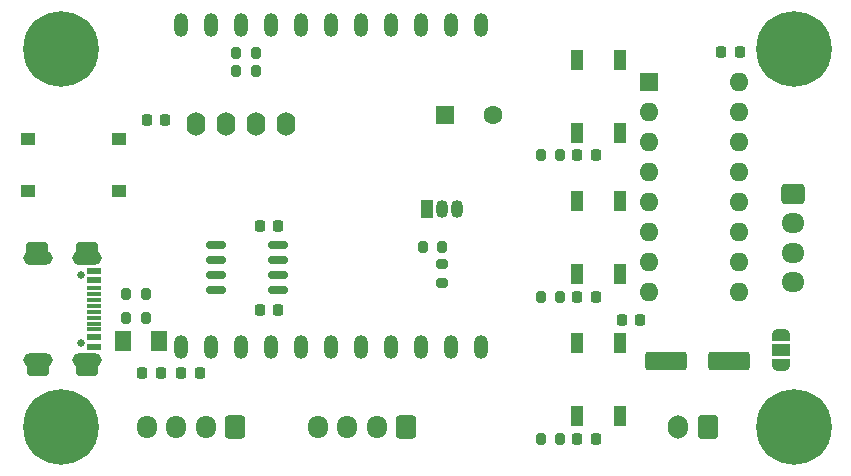
<source format=gbr>
%TF.GenerationSoftware,KiCad,Pcbnew,7.0.7*%
%TF.CreationDate,2024-01-02T18:34:25+01:00*%
%TF.ProjectId,maui feeder circuit,6d617569-2066-4656-9564-657220636972,1.0*%
%TF.SameCoordinates,Original*%
%TF.FileFunction,Soldermask,Top*%
%TF.FilePolarity,Negative*%
%FSLAX46Y46*%
G04 Gerber Fmt 4.6, Leading zero omitted, Abs format (unit mm)*
G04 Created by KiCad (PCBNEW 7.0.7) date 2024-01-02 18:34:25*
%MOMM*%
%LPD*%
G01*
G04 APERTURE LIST*
G04 Aperture macros list*
%AMRoundRect*
0 Rectangle with rounded corners*
0 $1 Rounding radius*
0 $2 $3 $4 $5 $6 $7 $8 $9 X,Y pos of 4 corners*
0 Add a 4 corners polygon primitive as box body*
4,1,4,$2,$3,$4,$5,$6,$7,$8,$9,$2,$3,0*
0 Add four circle primitives for the rounded corners*
1,1,$1+$1,$2,$3*
1,1,$1+$1,$4,$5*
1,1,$1+$1,$6,$7*
1,1,$1+$1,$8,$9*
0 Add four rect primitives between the rounded corners*
20,1,$1+$1,$2,$3,$4,$5,0*
20,1,$1+$1,$4,$5,$6,$7,0*
20,1,$1+$1,$6,$7,$8,$9,0*
20,1,$1+$1,$8,$9,$2,$3,0*%
%AMFreePoly0*
4,1,19,0.550000,-0.750000,0.000000,-0.750000,0.000000,-0.744911,-0.071157,-0.744911,-0.207708,-0.704816,-0.327430,-0.627875,-0.420627,-0.520320,-0.479746,-0.390866,-0.500000,-0.250000,-0.500000,0.250000,-0.479746,0.390866,-0.420627,0.520320,-0.327430,0.627875,-0.207708,0.704816,-0.071157,0.744911,0.000000,0.744911,0.000000,0.750000,0.550000,0.750000,0.550000,-0.750000,0.550000,-0.750000,
$1*%
%AMFreePoly1*
4,1,19,0.000000,0.744911,0.071157,0.744911,0.207708,0.704816,0.327430,0.627875,0.420627,0.520320,0.479746,0.390866,0.500000,0.250000,0.500000,-0.250000,0.479746,-0.390866,0.420627,-0.520320,0.327430,-0.627875,0.207708,-0.704816,0.071157,-0.744911,0.000000,-0.744911,0.000000,-0.750000,-0.550000,-0.750000,-0.550000,0.750000,0.000000,0.750000,0.000000,0.744911,0.000000,0.744911,
$1*%
G04 Aperture macros list end*
%ADD10RoundRect,0.200000X0.200000X0.275000X-0.200000X0.275000X-0.200000X-0.275000X0.200000X-0.275000X0*%
%ADD11C,6.400000*%
%ADD12RoundRect,0.200000X-0.200000X-0.275000X0.200000X-0.275000X0.200000X0.275000X-0.200000X0.275000X0*%
%ADD13RoundRect,0.150000X-0.675000X-0.150000X0.675000X-0.150000X0.675000X0.150000X-0.675000X0.150000X0*%
%ADD14FreePoly0,90.000000*%
%ADD15R,1.500000X1.000000*%
%ADD16FreePoly1,90.000000*%
%ADD17R,1.600000X1.600000*%
%ADD18O,1.600000X1.600000*%
%ADD19C,0.650000*%
%ADD20R,1.150000X0.600000*%
%ADD21R,1.150000X0.300000*%
%ADD22RoundRect,0.250000X-0.687500X-0.250000X0.687500X-0.250000X0.687500X0.250000X-0.687500X0.250000X0*%
%ADD23O,2.500000X1.250000*%
%ADD24RoundRect,0.225000X0.225000X0.250000X-0.225000X0.250000X-0.225000X-0.250000X0.225000X-0.250000X0*%
%ADD25C,1.600000*%
%ADD26R,1.100000X1.800000*%
%ADD27RoundRect,0.225000X-0.225000X-0.250000X0.225000X-0.250000X0.225000X0.250000X-0.225000X0.250000X0*%
%ADD28R,1.250000X1.000000*%
%ADD29O,1.600000X2.000000*%
%ADD30R,1.050000X1.500000*%
%ADD31O,1.050000X1.500000*%
%ADD32RoundRect,0.200000X0.275000X-0.200000X0.275000X0.200000X-0.275000X0.200000X-0.275000X-0.200000X0*%
%ADD33RoundRect,0.250001X-0.462499X-0.624999X0.462499X-0.624999X0.462499X0.624999X-0.462499X0.624999X0*%
%ADD34RoundRect,0.250000X-1.500000X-0.550000X1.500000X-0.550000X1.500000X0.550000X-1.500000X0.550000X0*%
%ADD35RoundRect,0.250000X0.600000X0.725000X-0.600000X0.725000X-0.600000X-0.725000X0.600000X-0.725000X0*%
%ADD36O,1.700000X1.950000*%
%ADD37RoundRect,0.250000X-0.725000X0.600000X-0.725000X-0.600000X0.725000X-0.600000X0.725000X0.600000X0*%
%ADD38O,1.950000X1.700000*%
%ADD39RoundRect,0.250000X0.600000X0.750000X-0.600000X0.750000X-0.600000X-0.750000X0.600000X-0.750000X0*%
%ADD40O,1.700000X2.000000*%
%ADD41O,1.200000X2.000000*%
G04 APERTURE END LIST*
D10*
%TO.C,R8*%
X135142200Y-86780200D03*
X133492200Y-86780200D03*
%TD*%
D11*
%TO.C,H3*%
X128000000Y-64000000D03*
%TD*%
D12*
%TO.C,R1*%
X168595000Y-73000000D03*
X170245000Y-73000000D03*
%TD*%
D13*
%TO.C,U5*%
X141141000Y-80608000D03*
X141141000Y-81878000D03*
X141141000Y-83148000D03*
X141141000Y-84418000D03*
X146391000Y-84418000D03*
X146391000Y-83148000D03*
X146391000Y-81878000D03*
X146391000Y-80608000D03*
%TD*%
D14*
%TO.C,JP1*%
X188978000Y-90800000D03*
D15*
X188978000Y-89500000D03*
D16*
X188978000Y-88200000D03*
%TD*%
D12*
%TO.C,R9*%
X133492200Y-84748200D03*
X135142200Y-84748200D03*
%TD*%
D17*
%TO.C,U2*%
X177802000Y-66765000D03*
D18*
X177802000Y-69305000D03*
X177802000Y-71845000D03*
X177802000Y-74385000D03*
X177802000Y-76925000D03*
X177802000Y-79465000D03*
X177802000Y-82005000D03*
X177802000Y-84545000D03*
X185422000Y-84545000D03*
X185422000Y-82005000D03*
X185422000Y-79465000D03*
X185422000Y-76925000D03*
X185422000Y-74385000D03*
X185422000Y-71845000D03*
X185422000Y-69305000D03*
X185422000Y-66765000D03*
%TD*%
D19*
%TO.C,J3*%
X129680000Y-83110000D03*
X129680000Y-88890000D03*
D20*
X130755000Y-82800000D03*
X130755000Y-83600000D03*
D21*
X130755000Y-84250000D03*
X130755000Y-84750000D03*
X130755000Y-85250000D03*
X130755000Y-85750000D03*
X130755000Y-86250000D03*
X130755000Y-86750000D03*
X130755000Y-87250000D03*
X130755000Y-87750000D03*
D20*
X130755000Y-88400000D03*
X130755000Y-89200000D03*
D22*
X130200000Y-80850000D03*
X125950000Y-80850000D03*
D23*
X130180000Y-81680000D03*
X126000000Y-81680000D03*
X130180000Y-90320000D03*
X126000000Y-90320000D03*
D22*
X130150000Y-91150000D03*
X126000000Y-91150000D03*
%TD*%
D24*
%TO.C,C5*%
X177022695Y-86912742D03*
X175472695Y-86912742D03*
%TD*%
D12*
%TO.C,R3*%
X168595000Y-85000000D03*
X170245000Y-85000000D03*
%TD*%
%TO.C,R5*%
X142814000Y-65876000D03*
X144464000Y-65876000D03*
%TD*%
D17*
%TO.C,BZ1*%
X160530000Y-69559000D03*
D25*
X164530000Y-69559000D03*
%TD*%
D24*
%TO.C,C9*%
X146369800Y-78957000D03*
X144819800Y-78957000D03*
%TD*%
D12*
%TO.C,R2*%
X168595000Y-97000000D03*
X170245000Y-97000000D03*
%TD*%
%TO.C,R4*%
X142814000Y-64352000D03*
X144464000Y-64352000D03*
%TD*%
D26*
%TO.C,SW2*%
X171650000Y-95100000D03*
X171650000Y-88900000D03*
X175350000Y-95100000D03*
X175350000Y-88900000D03*
%TD*%
D27*
%TO.C,C1*%
X171709000Y-73000000D03*
X173259000Y-73000000D03*
%TD*%
D24*
%TO.C,C8*%
X136413000Y-91403000D03*
X134863000Y-91403000D03*
%TD*%
D28*
%TO.C,SW5*%
X125159000Y-76036000D03*
X132909000Y-76036000D03*
%TD*%
D11*
%TO.C,H4*%
X190000000Y-64000000D03*
%TD*%
D27*
%TO.C,C2*%
X171693000Y-97000000D03*
X173243000Y-97000000D03*
%TD*%
D29*
%TO.C,U4*%
X139380000Y-70400000D03*
X141920000Y-70400000D03*
X144460000Y-70400000D03*
X147000000Y-70400000D03*
%TD*%
D10*
%TO.C,R7*%
X160272808Y-80735531D03*
X158622808Y-80735531D03*
%TD*%
D26*
%TO.C,SW1*%
X171650000Y-71100000D03*
X171650000Y-64900000D03*
X175350000Y-71100000D03*
X175350000Y-64900000D03*
%TD*%
D30*
%TO.C,Q1*%
X159006000Y-77539000D03*
D31*
X160276000Y-77539000D03*
X161546000Y-77539000D03*
%TD*%
D28*
%TO.C,SW4*%
X132909000Y-71591000D03*
X125159000Y-71591000D03*
%TD*%
D24*
%TO.C,C4*%
X185435000Y-64225000D03*
X183885000Y-64225000D03*
%TD*%
D32*
%TO.C,R6*%
X160276000Y-83846000D03*
X160276000Y-82196000D03*
%TD*%
D27*
%TO.C,C3*%
X171709000Y-85000000D03*
X173259000Y-85000000D03*
%TD*%
D33*
%TO.C,F1*%
X133262500Y-88750000D03*
X136237500Y-88750000D03*
%TD*%
D27*
%TO.C,C7*%
X138165000Y-91403000D03*
X139715000Y-91403000D03*
%TD*%
D34*
%TO.C,C10*%
X179166000Y-90387000D03*
X184566000Y-90387000D03*
%TD*%
D11*
%TO.C,H1*%
X128000000Y-96000000D03*
%TD*%
%TO.C,H2*%
X190000000Y-96000000D03*
%TD*%
D26*
%TO.C,SW3*%
X171650000Y-83100000D03*
X171650000Y-76900000D03*
X175350000Y-83100000D03*
X175350000Y-76900000D03*
%TD*%
D27*
%TO.C,C6*%
X135225000Y-70000000D03*
X136775000Y-70000000D03*
%TD*%
D24*
%TO.C,C11*%
X146369800Y-86069000D03*
X144819800Y-86069000D03*
%TD*%
D35*
%TO.C,U3*%
X157228000Y-96000000D03*
D36*
X154728000Y-96000000D03*
X152228000Y-96000000D03*
X149728000Y-96000000D03*
%TD*%
D35*
%TO.C,J2*%
X142750000Y-95975000D03*
D36*
X140250000Y-95975000D03*
X137750000Y-95975000D03*
X135250000Y-95975000D03*
%TD*%
D37*
%TO.C,J1*%
X189975000Y-76250000D03*
D38*
X189975000Y-78750000D03*
X189975000Y-81250000D03*
X189975000Y-83750000D03*
%TD*%
D39*
%TO.C,J4*%
X182750000Y-96000000D03*
D40*
X180250000Y-96000000D03*
%TD*%
D41*
%TO.C,U1*%
X138178000Y-61939000D03*
X140718000Y-61939000D03*
X143258000Y-61939000D03*
X145798000Y-61939000D03*
X148338000Y-61939000D03*
X150878000Y-61939000D03*
X153418000Y-61939000D03*
X155958000Y-61939000D03*
X158498000Y-61939000D03*
X161038000Y-61939000D03*
X163578000Y-61939000D03*
X163578000Y-89264000D03*
X161038000Y-89264000D03*
X158498000Y-89264000D03*
X155958000Y-89264000D03*
X153418000Y-89264000D03*
X150878000Y-89264000D03*
X148338000Y-89264000D03*
X145798000Y-89264000D03*
X143258000Y-89264000D03*
X140718000Y-89264000D03*
X138178000Y-89264000D03*
%TD*%
M02*

</source>
